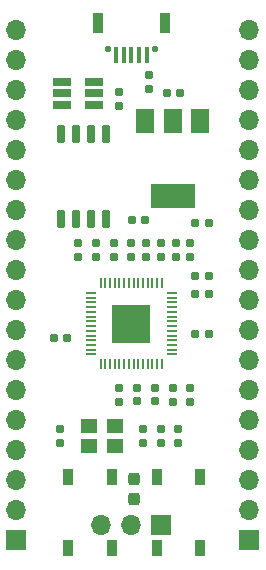
<source format=gbr>
%TF.GenerationSoftware,KiCad,Pcbnew,(6.0.6)*%
%TF.CreationDate,2022-06-27T18:40:53+02:00*%
%TF.ProjectId,rp2040-mini,72703230-3430-42d6-9d69-6e692e6b6963,rev?*%
%TF.SameCoordinates,Original*%
%TF.FileFunction,Soldermask,Top*%
%TF.FilePolarity,Negative*%
%FSLAX46Y46*%
G04 Gerber Fmt 4.6, Leading zero omitted, Abs format (unit mm)*
G04 Created by KiCad (PCBNEW (6.0.6)) date 2022-06-27 18:40:53*
%MOMM*%
%LPD*%
G01*
G04 APERTURE LIST*
G04 Aperture macros list*
%AMRoundRect*
0 Rectangle with rounded corners*
0 $1 Rounding radius*
0 $2 $3 $4 $5 $6 $7 $8 $9 X,Y pos of 4 corners*
0 Add a 4 corners polygon primitive as box body*
4,1,4,$2,$3,$4,$5,$6,$7,$8,$9,$2,$3,0*
0 Add four circle primitives for the rounded corners*
1,1,$1+$1,$2,$3*
1,1,$1+$1,$4,$5*
1,1,$1+$1,$6,$7*
1,1,$1+$1,$8,$9*
0 Add four rect primitives between the rounded corners*
20,1,$1+$1,$2,$3,$4,$5,0*
20,1,$1+$1,$4,$5,$6,$7,0*
20,1,$1+$1,$6,$7,$8,$9,0*
20,1,$1+$1,$8,$9,$2,$3,0*%
G04 Aperture macros list end*
%ADD10RoundRect,0.160000X0.160000X-0.197500X0.160000X0.197500X-0.160000X0.197500X-0.160000X-0.197500X0*%
%ADD11RoundRect,0.155000X0.155000X-0.212500X0.155000X0.212500X-0.155000X0.212500X-0.155000X-0.212500X0*%
%ADD12R,1.560000X0.650000*%
%ADD13RoundRect,0.225000X0.225000X-0.475000X0.225000X0.475000X-0.225000X0.475000X-0.225000X-0.475000X0*%
%ADD14RoundRect,0.050000X-0.387500X-0.050000X0.387500X-0.050000X0.387500X0.050000X-0.387500X0.050000X0*%
%ADD15RoundRect,0.050000X-0.050000X-0.387500X0.050000X-0.387500X0.050000X0.387500X-0.050000X0.387500X0*%
%ADD16R,3.200000X3.200000*%
%ADD17R,1.500000X2.000000*%
%ADD18R,3.800000X2.000000*%
%ADD19RoundRect,0.150000X-0.150000X0.650000X-0.150000X-0.650000X0.150000X-0.650000X0.150000X0.650000X0*%
%ADD20RoundRect,0.155000X-0.155000X0.212500X-0.155000X-0.212500X0.155000X-0.212500X0.155000X0.212500X0*%
%ADD21R,0.400000X1.350000*%
%ADD22R,0.900000X1.700000*%
%ADD23C,0.550000*%
%ADD24R,1.700000X1.700000*%
%ADD25O,1.700000X1.700000*%
%ADD26RoundRect,0.155000X-0.212500X-0.155000X0.212500X-0.155000X0.212500X0.155000X-0.212500X0.155000X0*%
%ADD27RoundRect,0.160000X-0.160000X0.197500X-0.160000X-0.197500X0.160000X-0.197500X0.160000X0.197500X0*%
%ADD28R,1.400000X1.200000*%
%ADD29RoundRect,0.155000X0.212500X0.155000X-0.212500X0.155000X-0.212500X-0.155000X0.212500X-0.155000X0*%
%ADD30RoundRect,0.237500X-0.237500X0.287500X-0.237500X-0.287500X0.237500X-0.287500X0.237500X0.287500X0*%
G04 APERTURE END LIST*
D10*
%TO.C,R5*%
X82000000Y-66597500D03*
X82000000Y-65402500D03*
%TD*%
D11*
%TO.C,C12*%
X82250000Y-54317500D03*
X82250000Y-53182500D03*
%TD*%
D12*
%TO.C,U2*%
X72650000Y-39550000D03*
X72650000Y-40500000D03*
X72650000Y-41450000D03*
X75350000Y-41450000D03*
X75350000Y-40500000D03*
X75350000Y-39550000D03*
%TD*%
D11*
%TO.C,C10*%
X78500000Y-54317500D03*
X78500000Y-53182500D03*
%TD*%
D13*
%TO.C,SW1*%
X73150000Y-79000000D03*
X73150000Y-73000000D03*
X76850000Y-79000000D03*
X76850000Y-73000000D03*
%TD*%
%TO.C,SW2*%
X80650000Y-79000000D03*
X80650000Y-73000000D03*
X84350000Y-79000000D03*
X84350000Y-73000000D03*
%TD*%
D14*
%TO.C,U1*%
X75062500Y-57400000D03*
X75062500Y-57800000D03*
X75062500Y-58200000D03*
X75062500Y-58600000D03*
X75062500Y-59000000D03*
X75062500Y-59400000D03*
X75062500Y-59800000D03*
X75062500Y-60200000D03*
X75062500Y-60600000D03*
X75062500Y-61000000D03*
X75062500Y-61400000D03*
X75062500Y-61800000D03*
X75062500Y-62200000D03*
X75062500Y-62600000D03*
D15*
X75900000Y-63437500D03*
X76300000Y-63437500D03*
X76700000Y-63437500D03*
X77100000Y-63437500D03*
X77500000Y-63437500D03*
X77900000Y-63437500D03*
X78300000Y-63437500D03*
X78700000Y-63437500D03*
X79100000Y-63437500D03*
X79500000Y-63437500D03*
X79900000Y-63437500D03*
X80300000Y-63437500D03*
X80700000Y-63437500D03*
X81100000Y-63437500D03*
D14*
X81937500Y-62600000D03*
X81937500Y-62200000D03*
X81937500Y-61800000D03*
X81937500Y-61400000D03*
X81937500Y-61000000D03*
X81937500Y-60600000D03*
X81937500Y-60200000D03*
X81937500Y-59800000D03*
X81937500Y-59400000D03*
X81937500Y-59000000D03*
X81937500Y-58600000D03*
X81937500Y-58200000D03*
X81937500Y-57800000D03*
X81937500Y-57400000D03*
D15*
X81100000Y-56562500D03*
X80700000Y-56562500D03*
X80300000Y-56562500D03*
X79900000Y-56562500D03*
X79500000Y-56562500D03*
X79100000Y-56562500D03*
X78700000Y-56562500D03*
X78300000Y-56562500D03*
X77900000Y-56562500D03*
X77500000Y-56562500D03*
X77100000Y-56562500D03*
X76700000Y-56562500D03*
X76300000Y-56562500D03*
X75900000Y-56562500D03*
D16*
X78500000Y-60000000D03*
%TD*%
D17*
%TO.C,U3*%
X84300000Y-42850000D03*
D18*
X82000000Y-49150000D03*
D17*
X82000000Y-42850000D03*
X79700000Y-42850000D03*
%TD*%
D19*
%TO.C,U4*%
X76405000Y-43900000D03*
X75135000Y-43900000D03*
X73865000Y-43900000D03*
X72595000Y-43900000D03*
X72595000Y-51100000D03*
X73865000Y-51100000D03*
X75135000Y-51100000D03*
X76405000Y-51100000D03*
%TD*%
D10*
%TO.C,R3*%
X83500000Y-66597500D03*
X83500000Y-65402500D03*
%TD*%
D20*
%TO.C,C6*%
X79500000Y-68932500D03*
X79500000Y-70067500D03*
%TD*%
D21*
%TO.C,J3*%
X79800000Y-37225000D03*
X79150000Y-37225000D03*
X78500000Y-37225000D03*
X77850000Y-37225000D03*
X77200000Y-37225000D03*
D22*
X75675000Y-34550000D03*
D23*
X76500000Y-36700000D03*
X80500000Y-36700000D03*
D22*
X81325000Y-34550000D03*
%TD*%
D24*
%TO.C,J1*%
X68775000Y-78275000D03*
D25*
X68775000Y-75735000D03*
X68775000Y-73195000D03*
X68775000Y-70655000D03*
X68775000Y-68115000D03*
X68775000Y-65575000D03*
X68775000Y-63035000D03*
X68775000Y-60495000D03*
X68775000Y-57955000D03*
X68775000Y-55415000D03*
X68775000Y-52875000D03*
X68775000Y-50335000D03*
X68775000Y-47795000D03*
X68775000Y-45255000D03*
X68775000Y-42715000D03*
X68775000Y-40175000D03*
X68775000Y-37635000D03*
X68775000Y-35095000D03*
%TD*%
D26*
%TO.C,C1*%
X83932500Y-56000000D03*
X85067500Y-56000000D03*
%TD*%
%TO.C,C16*%
X78532500Y-51250000D03*
X79667500Y-51250000D03*
%TD*%
D27*
%TO.C,R2*%
X81000000Y-53152500D03*
X81000000Y-54347500D03*
%TD*%
D10*
%TO.C,R6*%
X82500000Y-70097500D03*
X82500000Y-68902500D03*
%TD*%
%TO.C,R1*%
X81000000Y-70097500D03*
X81000000Y-68902500D03*
%TD*%
D11*
%TO.C,C2*%
X83500000Y-54317500D03*
X83500000Y-53182500D03*
%TD*%
D20*
%TO.C,C7*%
X79000000Y-65432500D03*
X79000000Y-66567500D03*
%TD*%
D26*
%TO.C,C14*%
X81500000Y-40500000D03*
X82635000Y-40500000D03*
%TD*%
D28*
%TO.C,Y1*%
X77100000Y-68650000D03*
X74900000Y-68650000D03*
X74900000Y-70350000D03*
X77100000Y-70350000D03*
%TD*%
D27*
%TO.C,R4*%
X79750000Y-53152500D03*
X79750000Y-54347500D03*
%TD*%
D24*
%TO.C,J2*%
X88500000Y-78275000D03*
D25*
X88500000Y-75735000D03*
X88500000Y-73195000D03*
X88500000Y-70655000D03*
X88500000Y-68115000D03*
X88500000Y-65575000D03*
X88500000Y-63035000D03*
X88500000Y-60495000D03*
X88500000Y-57955000D03*
X88500000Y-55415000D03*
X88500000Y-52875000D03*
X88500000Y-50335000D03*
X88500000Y-47795000D03*
X88500000Y-45255000D03*
X88500000Y-42715000D03*
X88500000Y-40175000D03*
X88500000Y-37635000D03*
X88500000Y-35095000D03*
%TD*%
D26*
%TO.C,C4*%
X83932500Y-57500000D03*
X85067500Y-57500000D03*
%TD*%
D11*
%TO.C,C8*%
X77000000Y-54317500D03*
X77000000Y-53182500D03*
%TD*%
D27*
%TO.C,R7*%
X77500000Y-40402500D03*
X77500000Y-41597500D03*
%TD*%
D11*
%TO.C,C11*%
X75500000Y-54317500D03*
X75500000Y-53182500D03*
%TD*%
D10*
%TO.C,R8*%
X77500000Y-66597500D03*
X77500000Y-65402500D03*
%TD*%
D29*
%TO.C,C17*%
X73067500Y-61200000D03*
X71932500Y-61200000D03*
%TD*%
D30*
%TO.C,D1*%
X78750000Y-73125000D03*
X78750000Y-74875000D03*
%TD*%
D11*
%TO.C,C3*%
X74000000Y-54317500D03*
X74000000Y-53182500D03*
%TD*%
D27*
%TO.C,FB1*%
X80000000Y-38902500D03*
X80000000Y-40097500D03*
%TD*%
D20*
%TO.C,C9*%
X80500000Y-65432500D03*
X80500000Y-66567500D03*
%TD*%
D26*
%TO.C,C15*%
X83932500Y-51460000D03*
X85067500Y-51460000D03*
%TD*%
%TO.C,C13*%
X83932500Y-60900000D03*
X85067500Y-60900000D03*
%TD*%
D20*
%TO.C,C5*%
X72500000Y-68932500D03*
X72500000Y-70067500D03*
%TD*%
D24*
%TO.C,DEBUG*%
X81025000Y-77000000D03*
D25*
X78485000Y-77000000D03*
X75945000Y-77000000D03*
%TD*%
M02*

</source>
